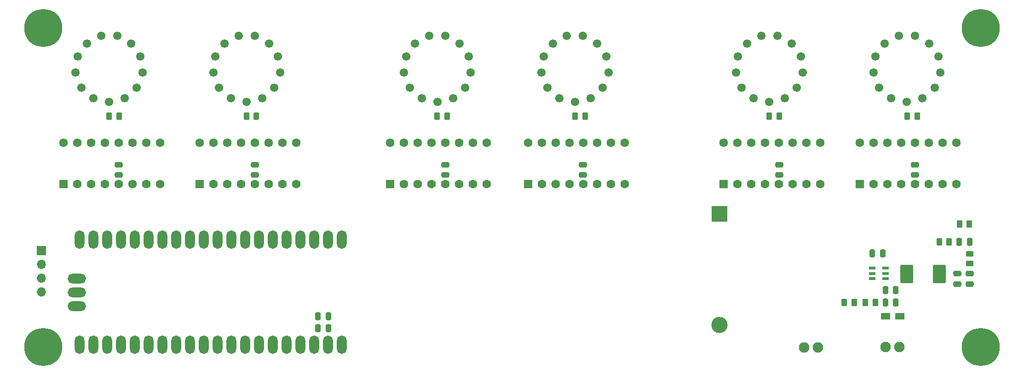
<source format=gbs>
%TF.GenerationSoftware,KiCad,Pcbnew,7.0.5-0*%
%TF.CreationDate,2023-12-20T20:01:57-05:00*%
%TF.ProjectId,nixie,6e697869-652e-46b6-9963-61645f706362,rev?*%
%TF.SameCoordinates,Original*%
%TF.FileFunction,Soldermask,Bot*%
%TF.FilePolarity,Negative*%
%FSLAX46Y46*%
G04 Gerber Fmt 4.6, Leading zero omitted, Abs format (unit mm)*
G04 Created by KiCad (PCBNEW 7.0.5-0) date 2023-12-20 20:01:57*
%MOMM*%
%LPD*%
G01*
G04 APERTURE LIST*
G04 Aperture macros list*
%AMRoundRect*
0 Rectangle with rounded corners*
0 $1 Rounding radius*
0 $2 $3 $4 $5 $6 $7 $8 $9 X,Y pos of 4 corners*
0 Add a 4 corners polygon primitive as box body*
4,1,4,$2,$3,$4,$5,$6,$7,$8,$9,$2,$3,0*
0 Add four circle primitives for the rounded corners*
1,1,$1+$1,$2,$3*
1,1,$1+$1,$4,$5*
1,1,$1+$1,$6,$7*
1,1,$1+$1,$8,$9*
0 Add four rect primitives between the rounded corners*
20,1,$1+$1,$2,$3,$4,$5,0*
20,1,$1+$1,$4,$5,$6,$7,0*
20,1,$1+$1,$6,$7,$8,$9,0*
20,1,$1+$1,$8,$9,$2,$3,0*%
G04 Aperture macros list end*
%ADD10C,0.800000*%
%ADD11C,7.000000*%
%ADD12R,1.700000X1.700000*%
%ADD13O,1.700000X1.700000*%
%ADD14RoundRect,0.101600X-0.700000X-0.700000X0.700000X-0.700000X0.700000X0.700000X-0.700000X0.700000X0*%
%ADD15C,1.603200*%
%ADD16O,1.803200X3.403200*%
%ADD17O,3.403200X1.803200*%
%ADD18R,3.000000X3.000000*%
%ADD19C,3.000000*%
%ADD20RoundRect,0.250000X0.250000X0.475000X-0.250000X0.475000X-0.250000X-0.475000X0.250000X-0.475000X0*%
%ADD21R,1.800000X1.150000*%
%ADD22C,1.551200*%
%ADD23RoundRect,0.250000X0.475000X-0.250000X0.475000X0.250000X-0.475000X0.250000X-0.475000X-0.250000X0*%
%ADD24C,1.950000*%
%ADD25R,1.250000X0.600000*%
%ADD26RoundRect,0.235000X-0.940000X-1.465000X0.940000X-1.465000X0.940000X1.465000X-0.940000X1.465000X0*%
%ADD27RoundRect,0.250000X0.262500X0.450000X-0.262500X0.450000X-0.262500X-0.450000X0.262500X-0.450000X0*%
%ADD28RoundRect,0.250000X0.450000X-0.262500X0.450000X0.262500X-0.450000X0.262500X-0.450000X-0.262500X0*%
%ADD29RoundRect,0.250000X-0.250000X-0.475000X0.250000X-0.475000X0.250000X0.475000X-0.250000X0.475000X0*%
%ADD30RoundRect,0.250000X-0.475000X0.250000X-0.475000X-0.250000X0.475000X-0.250000X0.475000X0.250000X0*%
%ADD31RoundRect,0.250000X-0.262500X-0.450000X0.262500X-0.450000X0.262500X0.450000X-0.262500X0.450000X0*%
G04 APERTURE END LIST*
D10*
%TO.C,H2*%
X67375000Y-141100000D03*
X68143845Y-139243845D03*
X68143845Y-142956155D03*
X70000000Y-138475000D03*
D11*
X70000000Y-141100000D03*
D10*
X70000000Y-143725000D03*
X71856155Y-139243845D03*
X71856155Y-142956155D03*
X72625000Y-141100000D03*
%TD*%
%TO.C,H3*%
X239875000Y-82200000D03*
X240643845Y-80343845D03*
X240643845Y-84056155D03*
X242500000Y-79575000D03*
D11*
X242500000Y-82200000D03*
D10*
X242500000Y-84825000D03*
X244356155Y-80343845D03*
X244356155Y-84056155D03*
X245125000Y-82200000D03*
%TD*%
D12*
%TO.C,J1*%
X69600000Y-123340000D03*
D13*
X69600000Y-125880000D03*
X69600000Y-128420000D03*
X69600000Y-130960000D03*
%TD*%
D14*
%TO.C,IC3*%
X133826600Y-111030000D03*
D15*
X136366600Y-111030000D03*
X138906600Y-111030000D03*
X141446600Y-111030000D03*
X143986600Y-111030000D03*
X146526600Y-111030000D03*
X149066600Y-111030000D03*
X151606600Y-111030000D03*
X151606600Y-103410000D03*
X149066600Y-103410000D03*
X146526600Y-103410000D03*
X143986600Y-103410000D03*
X141446600Y-103410000D03*
X138906600Y-103410000D03*
X136366600Y-103410000D03*
X133826600Y-103410000D03*
%TD*%
D10*
%TO.C,H1*%
X70000000Y-84825000D03*
X68143845Y-84056155D03*
X71856155Y-84056155D03*
X67375000Y-82200000D03*
D11*
X70000000Y-82200000D03*
D10*
X72625000Y-82200000D03*
X68143845Y-80343845D03*
X71856155Y-80343845D03*
X70000000Y-79575000D03*
%TD*%
%TO.C,H4*%
X239875000Y-141100000D03*
X240643845Y-139243845D03*
X240643845Y-142956155D03*
X242500000Y-138475000D03*
D11*
X242500000Y-141100000D03*
D10*
X242500000Y-143725000D03*
X244356155Y-139243845D03*
X244356155Y-142956155D03*
X245125000Y-141100000D03*
%TD*%
D16*
%TO.C,P1*%
X114780000Y-140680000D03*
X117320000Y-140680000D03*
X112240000Y-140680000D03*
X107160000Y-140680000D03*
X119860000Y-121300000D03*
X107160000Y-121300000D03*
X94460000Y-121300000D03*
X81760000Y-121300000D03*
D17*
X76110000Y-130990000D03*
D16*
X81760000Y-140680000D03*
X94460000Y-140680000D03*
X119860000Y-140680000D03*
X124940000Y-121300000D03*
X122400000Y-121300000D03*
X117320000Y-121300000D03*
X114780000Y-121300000D03*
X112240000Y-121300000D03*
X109700000Y-121300000D03*
X104620000Y-121300000D03*
X102080000Y-121300000D03*
X99540000Y-121300000D03*
X97000000Y-121300000D03*
X91920000Y-121300000D03*
X89380000Y-121300000D03*
X86840000Y-121300000D03*
X84300000Y-121300000D03*
X79220000Y-121300000D03*
X76680000Y-121300000D03*
X76680000Y-140680000D03*
X79220000Y-140680000D03*
X84300000Y-140680000D03*
X86840000Y-140680000D03*
X89380000Y-140680000D03*
X91920000Y-140680000D03*
X97000000Y-140680000D03*
X102080000Y-140680000D03*
X104620000Y-140680000D03*
X109700000Y-140680000D03*
X99540000Y-140680000D03*
D17*
X76110000Y-128450000D03*
X76110000Y-133530000D03*
D16*
X124940000Y-140680000D03*
X122400000Y-140680000D03*
%TD*%
D18*
%TO.C,BAT1*%
X194400000Y-116510000D03*
D19*
X194400000Y-137000000D03*
%TD*%
D14*
%TO.C,IC8*%
X220260000Y-111030000D03*
D15*
X222800000Y-111030000D03*
X225340000Y-111030000D03*
X227880000Y-111030000D03*
X230420000Y-111030000D03*
X232960000Y-111030000D03*
X235500000Y-111030000D03*
X238040000Y-111030000D03*
X238040000Y-103410000D03*
X235500000Y-103410000D03*
X232960000Y-103410000D03*
X230420000Y-103410000D03*
X227880000Y-103410000D03*
X225340000Y-103410000D03*
X222800000Y-103410000D03*
X220260000Y-103410000D03*
%TD*%
D14*
%TO.C,IC7*%
X195226000Y-111030000D03*
D15*
X197766000Y-111030000D03*
X200306000Y-111030000D03*
X202846000Y-111030000D03*
X205386000Y-111030000D03*
X207926000Y-111030000D03*
X210466000Y-111030000D03*
X213006000Y-111030000D03*
X213006000Y-103410000D03*
X210466000Y-103410000D03*
X207926000Y-103410000D03*
X205386000Y-103410000D03*
X202846000Y-103410000D03*
X200306000Y-103410000D03*
X197766000Y-103410000D03*
X195226000Y-103410000D03*
%TD*%
D14*
%TO.C,IC4*%
X159188600Y-111030000D03*
D15*
X161728600Y-111030000D03*
X164268600Y-111030000D03*
X166808600Y-111030000D03*
X169348600Y-111030000D03*
X171888600Y-111030000D03*
X174428600Y-111030000D03*
X176968600Y-111030000D03*
X176968600Y-103410000D03*
X174428600Y-103410000D03*
X171888600Y-103410000D03*
X169348600Y-103410000D03*
X166808600Y-103410000D03*
X164268600Y-103410000D03*
X161728600Y-103410000D03*
X159188600Y-103410000D03*
%TD*%
D14*
%TO.C,IC2*%
X98764600Y-111030000D03*
D15*
X101304600Y-111030000D03*
X103844600Y-111030000D03*
X106384600Y-111030000D03*
X108924600Y-111030000D03*
X111464600Y-111030000D03*
X114004600Y-111030000D03*
X116544600Y-111030000D03*
X116544600Y-103410000D03*
X114004600Y-103410000D03*
X111464600Y-103410000D03*
X108924600Y-103410000D03*
X106384600Y-103410000D03*
X103844600Y-103410000D03*
X101304600Y-103410000D03*
X98764600Y-103410000D03*
%TD*%
D14*
%TO.C,IC1*%
X73682600Y-111030000D03*
D15*
X76222600Y-111030000D03*
X78762600Y-111030000D03*
X81302600Y-111030000D03*
X83842600Y-111030000D03*
X86382600Y-111030000D03*
X88922600Y-111030000D03*
X91462600Y-111030000D03*
X91462600Y-103410000D03*
X88922600Y-103410000D03*
X86382600Y-103410000D03*
X83842600Y-103410000D03*
X81302600Y-103410000D03*
X78762600Y-103410000D03*
X76222600Y-103410000D03*
X73682600Y-103410000D03*
%TD*%
D20*
%TO.C,C6*%
X122450000Y-137600000D03*
X120550000Y-137600000D03*
%TD*%
%TO.C,C18*%
X240450000Y-121700000D03*
X238550000Y-121700000D03*
%TD*%
D21*
%TO.C,C10*%
X224987500Y-135400000D03*
X227587500Y-135400000D03*
%TD*%
D22*
%TO.C,N6*%
X223835200Y-93226300D03*
X234023600Y-93226300D03*
X235074200Y-90456100D03*
X234717100Y-87515000D03*
X233034100Y-85076800D03*
X230410700Y-83699900D03*
X227448100Y-83699900D03*
X224824700Y-85076800D03*
X223141700Y-87515000D03*
X222784600Y-90456100D03*
X228929400Y-95899900D03*
X226052800Y-95190900D03*
X231806000Y-95190900D03*
%TD*%
D23*
%TO.C,C1*%
X83842600Y-109350000D03*
X83842600Y-107450000D03*
%TD*%
%TO.C,C4*%
X169300000Y-109350000D03*
X169300000Y-107450000D03*
%TD*%
%TO.C,C9*%
X230434000Y-109350000D03*
X230434000Y-107450000D03*
%TD*%
D24*
%TO.C,J4*%
X225000000Y-141100000D03*
X227540000Y-141100000D03*
%TD*%
D23*
%TO.C,C2*%
X108934000Y-109350000D03*
X108934000Y-107450000D03*
%TD*%
D22*
%TO.C,N4*%
X162750400Y-93226300D03*
X172938800Y-93226300D03*
X173989400Y-90456100D03*
X173632300Y-87515000D03*
X171949300Y-85076800D03*
X169325900Y-83699900D03*
X166363300Y-83699900D03*
X163739900Y-85076800D03*
X162056900Y-87515000D03*
X161699800Y-90456100D03*
X167844600Y-95899900D03*
X164968000Y-95190900D03*
X170721200Y-95190900D03*
%TD*%
D25*
%TO.C,IC10*%
X225037500Y-126550000D03*
X225037500Y-127500000D03*
X225037500Y-128450000D03*
X222537500Y-128450000D03*
X222537500Y-127500000D03*
X222537500Y-126550000D03*
%TD*%
D26*
%TO.C,L1*%
X228875000Y-127600000D03*
X234925000Y-127600000D03*
%TD*%
D27*
%TO.C,R12*%
X223100000Y-132900000D03*
X221275000Y-132900000D03*
%TD*%
D28*
%TO.C,R14*%
X240500000Y-125700000D03*
X240500000Y-123875000D03*
%TD*%
D27*
%TO.C,R3*%
X144312500Y-98500000D03*
X142487500Y-98500000D03*
%TD*%
D23*
%TO.C,C3*%
X144000000Y-109350000D03*
X144000000Y-107450000D03*
%TD*%
D29*
%TO.C,C13*%
X225000000Y-130600000D03*
X226900000Y-130600000D03*
%TD*%
D30*
%TO.C,C16*%
X240500000Y-127550000D03*
X240500000Y-129450000D03*
%TD*%
D31*
%TO.C,R8*%
X228987500Y-98500000D03*
X230812500Y-98500000D03*
%TD*%
D20*
%TO.C,C11*%
X122450000Y-135400000D03*
X120550000Y-135400000D03*
%TD*%
D27*
%TO.C,R2*%
X109212500Y-98500000D03*
X107387500Y-98500000D03*
%TD*%
D29*
%TO.C,C14*%
X222550000Y-123800000D03*
X224450000Y-123800000D03*
%TD*%
D30*
%TO.C,C15*%
X238200000Y-127550000D03*
X238200000Y-129450000D03*
%TD*%
D27*
%TO.C,R4*%
X169712500Y-98500000D03*
X167887500Y-98500000D03*
%TD*%
D31*
%TO.C,R7*%
X203587500Y-98500000D03*
X205412500Y-98500000D03*
%TD*%
D27*
%TO.C,R1*%
X83912500Y-98500000D03*
X82087500Y-98500000D03*
%TD*%
D29*
%TO.C,C12*%
X225000000Y-132900000D03*
X226900000Y-132900000D03*
%TD*%
D24*
%TO.C,J3*%
X210000000Y-141200000D03*
X212540000Y-141200000D03*
%TD*%
D27*
%TO.C,R15*%
X240412500Y-118400000D03*
X238587500Y-118400000D03*
%TD*%
%TO.C,R16*%
X236712500Y-121700000D03*
X234887500Y-121700000D03*
%TD*%
D22*
%TO.C,N5*%
X198506000Y-93226300D03*
X208694400Y-93226300D03*
X209745000Y-90456100D03*
X209387900Y-87515000D03*
X207704900Y-85076800D03*
X205081500Y-83699900D03*
X202118900Y-83699900D03*
X199495500Y-85076800D03*
X197812500Y-87515000D03*
X197455400Y-90456100D03*
X203600200Y-95899900D03*
X200723600Y-95190900D03*
X206476800Y-95190900D03*
%TD*%
D27*
%TO.C,R13*%
X219200000Y-132900000D03*
X217375000Y-132900000D03*
%TD*%
D23*
%TO.C,C8*%
X205434000Y-109350000D03*
X205434000Y-107450000D03*
%TD*%
D22*
%TO.C,N3*%
X137428600Y-93226300D03*
X147617000Y-93226300D03*
X148667600Y-90456100D03*
X148310500Y-87515000D03*
X146627500Y-85076800D03*
X144004100Y-83699900D03*
X141041500Y-83699900D03*
X138418100Y-85076800D03*
X136735100Y-87515000D03*
X136378000Y-90456100D03*
X142522800Y-95899900D03*
X139646200Y-95190900D03*
X145399400Y-95190900D03*
%TD*%
%TO.C,N1*%
X76984600Y-93226300D03*
X87173000Y-93226300D03*
X88223600Y-90456100D03*
X87866500Y-87515000D03*
X86183500Y-85076800D03*
X83560100Y-83699900D03*
X80597500Y-83699900D03*
X77974100Y-85076800D03*
X76291100Y-87515000D03*
X75934000Y-90456100D03*
X82078800Y-95899900D03*
X79202200Y-95190900D03*
X84955400Y-95190900D03*
%TD*%
%TO.C,N2*%
X102306400Y-93226300D03*
X112494800Y-93226300D03*
X113545400Y-90456100D03*
X113188300Y-87515000D03*
X111505300Y-85076800D03*
X108881900Y-83699900D03*
X105919300Y-83699900D03*
X103295900Y-85076800D03*
X101612900Y-87515000D03*
X101255800Y-90456100D03*
X107400600Y-95899900D03*
X104524000Y-95190900D03*
X110277200Y-95190900D03*
%TD*%
M02*

</source>
